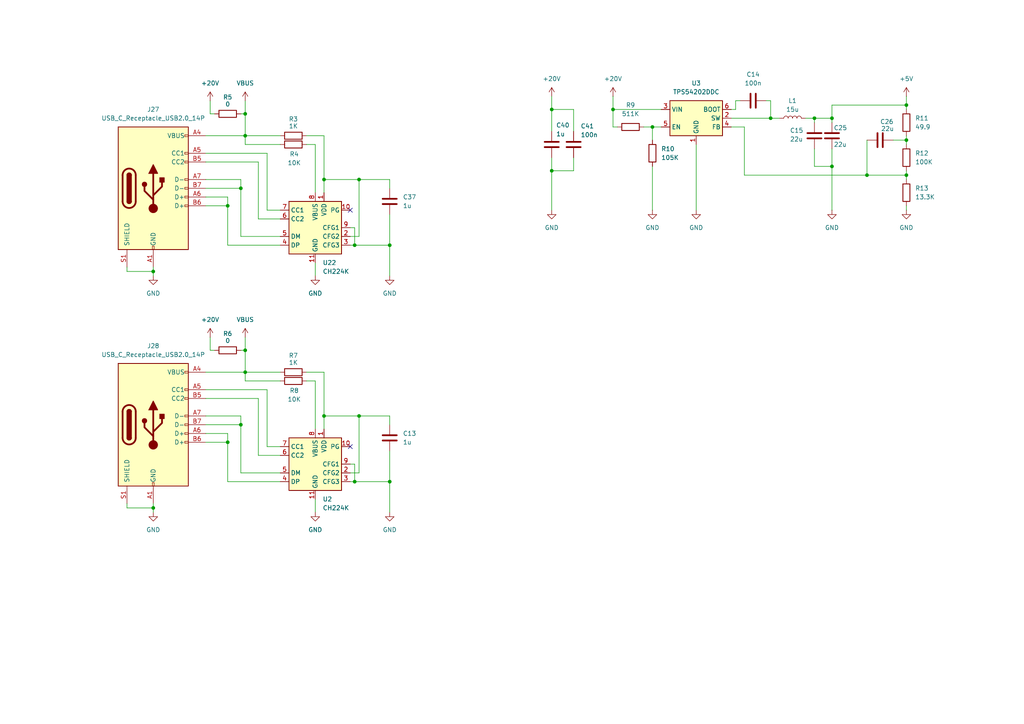
<source format=kicad_sch>
(kicad_sch (version 20250114) (generator "eeschema") (generator_version "9.0")
  (paper "A4")
  (lib_symbols
    (symbol "Connector:USB_C_Receptacle_USB2.0_14P" (pin_names (offset 1.016))
      (property "Reference" "J" (at 0 22.225 0))
      (property "Value" "USB_C_Receptacle_USB2.0_14P" (at 0 19.685 0))
      (symbol "USB_C_Receptacle_USB2.0_14P_0_0"
        (rectangle (start -0.254 -17.78) (end 0.254 -16.764))
        (rectangle (start 10.16 15.494) (end 9.144 14.986))
        (rectangle (start 10.16 10.414) (end 9.144 9.906))
        (rectangle (start 10.16 7.874) (end 9.144 7.366))
        (rectangle (start 10.16 2.794) (end 9.144 2.286))
        (rectangle (start 10.16 0.254) (end 9.144 -0.254))
        (rectangle (start 10.16 -2.286) (end 9.144 -2.794))
        (rectangle (start 10.16 -4.826) (end 9.144 -5.334))
      )
      (symbol "USB_C_Receptacle_USB2.0_14P_0_1"
        (rectangle (start -10.16 17.78) (end 10.16 -17.78) (stroke (width 0.254)) (fill (type background)))
        (polyline (pts (xy -8.89 -3.81) (xy -8.89 3.81)) (stroke (width 0.508)))
        (rectangle (start -7.62 -3.81) (end -6.35 3.81) (stroke (width 0.254)) (fill (type outline)))
        (arc (start -7.62 3.81) (mid -6.985 4.4423) (end -6.35 3.81) (stroke (width 0.254)))
        (arc (start -7.62 3.81) (mid -6.985 4.4423) (end -6.35 3.81) (stroke (width 0.254)) (fill (type outline)))
        (arc (start -8.89 3.81) (mid -6.985 5.7067) (end -5.08 3.81) (stroke (width 0.508)))
        (arc (start -5.08 -3.81) (mid -6.985 -5.7067) (end -8.89 -3.81) (stroke (width 0.508)))
        (arc (start -6.35 -3.81) (mid -6.985 -4.4423) (end -7.62 -3.81) (stroke (width 0.254)))
        (arc (start -6.35 -3.81) (mid -6.985 -4.4423) (end -7.62 -3.81) (stroke (width 0.254)) (fill (type outline)))
        (polyline (pts (xy -5.08 3.81) (xy -5.08 -3.81)) (stroke (width 0.508)))
        (circle (center -2.54 1.143) (radius 0.635) (stroke (width 0.254)) (fill (type outline)))
        (polyline (pts (xy -1.27 4.318) (xy 0 6.858) (xy 1.27 4.318) (xy -1.27 4.318)) (stroke (width 0.254)) (fill (type outline)))
        (polyline (pts (xy 0 -2.032) (xy 2.54 0.508) (xy 2.54 1.778)) (stroke (width 0.508)))
        (polyline (pts (xy 0 -3.302) (xy -2.54 -0.762) (xy -2.54 0.508)) (stroke (width 0.508)))
        (polyline (pts (xy 0 -5.842) (xy 0 4.318)) (stroke (width 0.508)))
        (circle (center 0 -5.842) (radius 1.27) (fill (type outline)))
        (rectangle (start 1.905 1.778) (end 3.175 3.048) (stroke (width 0.254)) (fill (type outline)))
      )
      (symbol "USB_C_Receptacle_USB2.0_14P_1_1"
        (pin passive line (at -7.62 -22.86 90) (length 5.08) (name "SHIELD") (number "S1"))
        (pin passive line (at 0 -22.86 90) (length 5.08) (name "GND") (number "A1"))
        (pin passive line (at 0 -22.86 90) (length 5.08) (hide yes) (name "GND") (number "A12"))
        (pin passive line (at 0 -22.86 90) (length 5.08) (hide yes) (name "GND") (number "B1"))
        (pin passive line (at 0 -22.86 90) (length 5.08) (hide yes) (name "GND") (number "B12"))
        (pin passive line (at 15.24 15.24 180) (length 5.08) (name "VBUS") (number "A4"))
        (pin passive line (at 15.24 15.24 180) (length 5.08) (hide yes) (name "VBUS") (number "A9"))
        (pin passive line (at 15.24 15.24 180) (length 5.08) (hide yes) (name "VBUS") (number "B4"))
        (pin passive line (at 15.24 15.24 180) (length 5.08) (hide yes) (name "VBUS") (number "B9"))
        (pin bidirectional line (at 15.24 10.16 180) (length 5.08) (name "CC1") (number "A5"))
        (pin bidirectional line (at 15.24 7.62 180) (length 5.08) (name "CC2") (number "B5"))
        (pin bidirectional line (at 15.24 2.54 180) (length 5.08) (name "D-") (number "A7"))
        (pin bidirectional line (at 15.24 0 180) (length 5.08) (name "D-") (number "B7"))
        (pin bidirectional line (at 15.24 -2.54 180) (length 5.08) (name "D+") (number "A6"))
        (pin bidirectional line (at 15.24 -5.08 180) (length 5.08) (name "D+") (number "B6"))
      )
    )
    (symbol "Device:C" (pin_numbers (hide yes)) (pin_names (offset 0.254))
      (property "Reference" "C" (at 0.635 2.54 0))
      (property "Value" "C" (at 0.635 -2.54 0))
      (symbol "C_0_1"
        (polyline (pts (xy -2.032 0.762) (xy 2.032 0.762)) (stroke (width 0.508)))
        (polyline (pts (xy -2.032 -0.762) (xy 2.032 -0.762)) (stroke (width 0.508)))
      )
      (symbol "C_1_1"
        (pin passive line (at 0 3.81 270) (length 2.794) (name "~") (number "1"))
        (pin passive line (at 0 -3.81 90) (length 2.794) (name "~") (number "2"))
      )
    )
    (symbol "Device:L" (pin_numbers (hide yes)) (pin_names (offset 1.016) (hide yes))
      (property "Reference" "L" (at -1.27 0 90))
      (property "Value" "L" (at 1.905 0 90))
      (symbol "L_0_1"
        (arc (start 0 2.54) (mid 0.6323 1.905) (end 0 1.27))
        (arc (start 0 1.27) (mid 0.6323 0.635) (end 0 0))
        (arc (start 0 0) (mid 0.6323 -0.635) (end 0 -1.27))
        (arc (start 0 -1.27) (mid 0.6323 -1.905) (end 0 -2.54))
      )
      (symbol "L_1_1"
        (pin passive line (at 0 3.81 270) (length 1.27) (name "1") (number "1"))
        (pin passive line (at 0 -3.81 90) (length 1.27) (name "2") (number "2"))
      )
    )
    (symbol "Device:R" (pin_numbers (hide yes)) (pin_names (offset 0))
      (property "Reference" "R" (at 2.032 0 90))
      (property "Value" "R" (at 0 0 90))
      (symbol "R_0_1"
        (rectangle (start -1.016 -2.54) (end 1.016 2.54) (stroke (width 0.254)))
      )
      (symbol "R_1_1"
        (pin passive line (at 0 3.81 270) (length 1.27) (name "~") (number "1"))
        (pin passive line (at 0 -3.81 90) (length 1.27) (name "~") (number "2"))
      )
    )
    (symbol "Interface_USB:CH224K"
      (property "Reference" "U" (at -7.874 -8.89 0))
      (property "Value" "CH224K" (at 3.048 -8.89 0))
      (symbol "CH224K_1_1"
        (rectangle (start -7.62 7.62) (end 7.62 -7.62) (stroke (width 0.254)) (fill (type background)))
        (pin bidirectional line (at -10.16 5.08 0) (length 2.54) (name "CC1") (number "7"))
        (pin bidirectional line (at -10.16 2.54 0) (length 2.54) (name "CC2") (number "6"))
        (pin bidirectional line (at -10.16 -2.54 0) (length 2.54) (name "DM") (number "5"))
        (pin bidirectional line (at -10.16 -5.08 0) (length 2.54) (name "DP") (number "4"))
        (pin passive line (at 0 10.16 270) (length 2.54) (name "VBUS") (number "8"))
        (pin power_in line (at 0 -10.16 90) (length 2.54) (name "GND") (number "11"))
        (pin power_in line (at 2.54 10.16 270) (length 2.54) (name "VDD") (number "1"))
        (pin open_collector line (at 10.16 5.08 180) (length 2.54) (name "PG") (number "10"))
        (pin passive line (at 10.16 0 180) (length 2.54) (name "CFG1") (number "9"))
        (pin passive line (at 10.16 -2.54 180) (length 2.54) (name "CFG2") (number "2"))
        (pin passive line (at 10.16 -5.08 180) (length 2.54) (name "CFG3") (number "3"))
      )
    )
    (symbol "Regulator_Switching:TPS54202DDC"
      (property "Reference" "U" (at -7.62 6.35 0))
      (property "Value" "TPS54202DDC" (at 0 6.35 0))
      (symbol "TPS54202DDC_0_1"
        (rectangle (start -7.62 5.08) (end 7.62 -5.08) (stroke (width 0.254)) (fill (type background)))
      )
      (symbol "TPS54202DDC_1_1"
        (pin power_in line (at -10.16 2.54 0) (length 2.54) (name "VIN") (number "3"))
        (pin input line (at -10.16 -2.54 0) (length 2.54) (name "EN") (number "5"))
        (pin power_in line (at 0 -7.62 90) (length 2.54) (name "GND") (number "1"))
        (pin passive line (at 10.16 2.54 180) (length 2.54) (name "BOOT") (number "6"))
        (pin power_out line (at 10.16 0 180) (length 2.54) (name "SW") (number "2"))
        (pin input line (at 10.16 -2.54 180) (length 2.54) (name "FB") (number "4"))
      )
    )
    (symbol "power:+5V" (power) (pin_numbers (hide yes)) (pin_names (offset 0) (hide yes))
      (property "Value" "+5V" (at 0 3.556 0))
      (symbol "+5V_0_1"
        (polyline (pts (xy -0.762 1.27) (xy 0 2.54)))
        (polyline (pts (xy 0 2.54) (xy 0.762 1.27)))
        (polyline (pts (xy 0 0) (xy 0 2.54)))
      )
      (symbol "+5V_1_1"
        (pin power_in line (at 0 0 90) (length 0) (name "~") (number "1"))
      )
    )
    (symbol "power:GND" (power) (pin_numbers (hide yes)) (pin_names (offset 0) (hide yes))
      (property "Value" "GND" (at 0 -3.81 0))
      (symbol "GND_0_1"
        (polyline (pts (xy 0 0) (xy 0 -1.27) (xy 1.27 -1.27) (xy 0 -2.54) (xy -1.27 -1.27) (xy 0 -1.27)))
      )
      (symbol "GND_1_1"
        (pin power_in line (at 0 0 270) (length 0) (name "~") (number "1"))
      )
    )
  )
  (junction (at 71.12 101.6))
  (junction (at 113.03 71.12))
  (junction (at 236.22 34.29))
  (junction (at 66.04 59.69))
  (junction (at 104.14 52.07))
  (junction (at 71.12 107.95))
  (junction (at 69.85 54.61))
  (junction (at 102.87 139.7))
  (junction (at 262.89 50.8))
  (junction (at 160.02 49.53))
  (junction (at 71.12 33.02))
  (junction (at 44.45 78.74))
  (junction (at 160.02 31.75))
  (junction (at 262.89 30.48))
  (junction (at 262.89 40.64))
  (junction (at 241.3 34.29))
  (junction (at 71.12 39.37))
  (junction (at 93.98 120.65))
  (junction (at 189.23 36.83))
  (junction (at 223.52 34.29))
  (junction (at 104.14 120.65))
  (junction (at 102.87 71.12))
  (junction (at 241.3 48.26))
  (junction (at 44.45 147.32))
  (junction (at 251.46 50.8))
  (junction (at 66.04 128.27))
  (junction (at 69.85 123.19))
  (junction (at 113.03 139.7))
  (junction (at 93.98 52.07))
  (junction (at 177.8 31.75))
  (no_connect (at 101.6 129.54))
  (no_connect (at 101.6 60.96))
  (wire (pts (xy 104.14 68.58) (xy 104.14 52.07)))
  (wire (pts (xy 71.12 41.91) (xy 81.28 41.91)))
  (wire (pts (xy 91.44 144.78) (xy 91.44 148.59)))
  (wire (pts (xy 81.28 71.12) (xy 66.04 71.12)))
  (wire (pts (xy 113.03 62.23) (xy 113.03 71.12)))
  (wire (pts (xy 36.83 146.05) (xy 36.83 147.32)))
  (wire (pts (xy 66.04 57.15) (xy 66.04 59.69)))
  (wire (pts (xy 177.8 31.75) (xy 191.77 31.75)))
  (wire (pts (xy 102.87 71.12) (xy 113.03 71.12)))
  (wire (pts (xy 91.44 41.91) (xy 91.44 55.88)))
  (wire (pts (xy 44.45 147.32) (xy 44.45 148.59)))
  (wire (pts (xy 160.02 49.53) (xy 160.02 60.96)))
  (wire (pts (xy 69.85 120.65) (xy 69.85 123.19)))
  (wire (pts (xy 71.12 110.49) (xy 81.28 110.49)))
  (wire (pts (xy 77.47 44.45) (xy 59.69 44.45)))
  (wire (pts (xy 60.96 33.02) (xy 62.23 33.02)))
  (wire (pts (xy 60.96 101.6) (xy 62.23 101.6)))
  (wire (pts (xy 215.9 36.83) (xy 212.09 36.83)))
  (wire (pts (xy 113.03 130.81) (xy 113.03 139.7)))
  (wire (pts (xy 215.9 36.83) (xy 215.9 50.8)))
  (wire (pts (xy 59.69 125.73) (xy 66.04 125.73)))
  (wire (pts (xy 213.36 31.75) (xy 212.09 31.75)))
  (wire (pts (xy 66.04 125.73) (xy 66.04 128.27)))
  (wire (pts (xy 201.93 41.91) (xy 201.93 60.96)))
  (wire (pts (xy 189.23 36.83) (xy 191.77 36.83)))
  (wire (pts (xy 102.87 134.62) (xy 102.87 139.7)))
  (wire (pts (xy 262.89 50.8) (xy 262.89 52.07)))
  (wire (pts (xy 60.96 97.79) (xy 60.96 101.6)))
  (wire (pts (xy 236.22 43.18) (xy 236.22 48.26)))
  (wire (pts (xy 241.3 43.18) (xy 241.3 48.26)))
  (wire (pts (xy 101.6 139.7) (xy 102.87 139.7)))
  (wire (pts (xy 262.89 40.64) (xy 262.89 41.91)))
  (wire (pts (xy 236.22 48.26) (xy 241.3 48.26)))
  (wire (pts (xy 66.04 128.27) (xy 59.69 128.27)))
  (wire (pts (xy 212.09 34.29) (xy 223.52 34.29)))
  (wire (pts (xy 59.69 57.15) (xy 66.04 57.15)))
  (wire (pts (xy 59.69 39.37) (xy 71.12 39.37)))
  (wire (pts (xy 213.36 29.21) (xy 213.36 31.75)))
  (wire (pts (xy 66.04 59.69) (xy 59.69 59.69)))
  (wire (pts (xy 93.98 52.07) (xy 93.98 55.88)))
  (wire (pts (xy 101.6 134.62) (xy 102.87 134.62)))
  (wire (pts (xy 262.89 30.48) (xy 262.89 31.75)))
  (wire (pts (xy 101.6 66.04) (xy 102.87 66.04)))
  (wire (pts (xy 177.8 27.94) (xy 177.8 31.75)))
  (wire (pts (xy 74.93 132.08) (xy 74.93 115.57)))
  (wire (pts (xy 101.6 137.16) (xy 104.14 137.16)))
  (wire (pts (xy 69.85 137.16) (xy 81.28 137.16)))
  (wire (pts (xy 104.14 137.16) (xy 104.14 120.65)))
  (wire (pts (xy 91.44 41.91) (xy 88.9 41.91)))
  (wire (pts (xy 71.12 39.37) (xy 81.28 39.37)))
  (wire (pts (xy 81.28 60.96) (xy 77.47 60.96)))
  (wire (pts (xy 59.69 107.95) (xy 71.12 107.95)))
  (wire (pts (xy 71.12 97.79) (xy 71.12 101.6)))
  (wire (pts (xy 113.03 120.65) (xy 113.03 123.19)))
  (wire (pts (xy 223.52 29.21) (xy 222.25 29.21)))
  (wire (pts (xy 71.12 107.95) (xy 81.28 107.95)))
  (wire (pts (xy 69.85 52.07) (xy 69.85 54.61)))
  (wire (pts (xy 81.28 132.08) (xy 74.93 132.08)))
  (wire (pts (xy 81.28 139.7) (xy 66.04 139.7)))
  (wire (pts (xy 81.28 129.54) (xy 77.47 129.54)))
  (wire (pts (xy 71.12 101.6) (xy 71.12 107.95)))
  (wire (pts (xy 44.45 147.32) (xy 44.45 146.05)))
  (wire (pts (xy 166.37 45.72) (xy 166.37 49.53)))
  (wire (pts (xy 93.98 107.95) (xy 93.98 120.65)))
  (wire (pts (xy 259.08 40.64) (xy 262.89 40.64)))
  (wire (pts (xy 236.22 34.29) (xy 241.3 34.29)))
  (wire (pts (xy 69.85 68.58) (xy 81.28 68.58)))
  (wire (pts (xy 44.45 78.74) (xy 44.45 77.47)))
  (wire (pts (xy 91.44 110.49) (xy 91.44 124.46)))
  (wire (pts (xy 241.3 34.29) (xy 241.3 35.56)))
  (wire (pts (xy 44.45 78.74) (xy 44.45 80.01)))
  (wire (pts (xy 66.04 71.12) (xy 66.04 59.69)))
  (wire (pts (xy 36.83 147.32) (xy 44.45 147.32)))
  (wire (pts (xy 77.47 129.54) (xy 77.47 113.03)))
  (wire (pts (xy 69.85 54.61) (xy 69.85 68.58)))
  (wire (pts (xy 102.87 139.7) (xy 113.03 139.7)))
  (wire (pts (xy 104.14 120.65) (xy 113.03 120.65)))
  (wire (pts (xy 93.98 120.65) (xy 104.14 120.65)))
  (wire (pts (xy 177.8 36.83) (xy 177.8 31.75)))
  (wire (pts (xy 189.23 40.64) (xy 189.23 36.83)))
  (wire (pts (xy 74.93 115.57) (xy 59.69 115.57)))
  (wire (pts (xy 166.37 49.53) (xy 160.02 49.53)))
  (wire (pts (xy 74.93 63.5) (xy 74.93 46.99)))
  (wire (pts (xy 214.63 29.21) (xy 213.36 29.21)))
  (wire (pts (xy 71.12 107.95) (xy 71.12 110.49)))
  (wire (pts (xy 93.98 52.07) (xy 104.14 52.07)))
  (wire (pts (xy 93.98 39.37) (xy 93.98 52.07)))
  (wire (pts (xy 241.3 48.26) (xy 241.3 60.96)))
  (wire (pts (xy 251.46 50.8) (xy 215.9 50.8)))
  (wire (pts (xy 60.96 29.21) (xy 60.96 33.02)))
  (wire (pts (xy 88.9 107.95) (xy 93.98 107.95)))
  (wire (pts (xy 241.3 30.48) (xy 241.3 34.29)))
  (wire (pts (xy 186.69 36.83) (xy 189.23 36.83)))
  (wire (pts (xy 262.89 59.69) (xy 262.89 60.96)))
  (wire (pts (xy 59.69 120.65) (xy 69.85 120.65)))
  (wire (pts (xy 59.69 52.07) (xy 69.85 52.07)))
  (wire (pts (xy 251.46 40.64) (xy 251.46 50.8)))
  (wire (pts (xy 36.83 78.74) (xy 44.45 78.74)))
  (wire (pts (xy 71.12 33.02) (xy 69.85 33.02)))
  (wire (pts (xy 88.9 39.37) (xy 93.98 39.37)))
  (wire (pts (xy 160.02 27.94) (xy 160.02 31.75)))
  (wire (pts (xy 59.69 123.19) (xy 69.85 123.19)))
  (wire (pts (xy 91.44 76.2) (xy 91.44 80.01)))
  (wire (pts (xy 160.02 45.72) (xy 160.02 49.53)))
  (wire (pts (xy 77.47 113.03) (xy 59.69 113.03)))
  (wire (pts (xy 104.14 52.07) (xy 113.03 52.07)))
  (wire (pts (xy 71.12 33.02) (xy 71.12 39.37)))
  (wire (pts (xy 66.04 139.7) (xy 66.04 128.27)))
  (wire (pts (xy 160.02 31.75) (xy 166.37 31.75)))
  (wire (pts (xy 179.07 36.83) (xy 177.8 36.83)))
  (wire (pts (xy 74.93 46.99) (xy 59.69 46.99)))
  (wire (pts (xy 262.89 39.37) (xy 262.89 40.64)))
  (wire (pts (xy 71.12 39.37) (xy 71.12 41.91)))
  (wire (pts (xy 223.52 34.29) (xy 223.52 29.21)))
  (wire (pts (xy 236.22 34.29) (xy 236.22 35.56)))
  (wire (pts (xy 241.3 30.48) (xy 262.89 30.48)))
  (wire (pts (xy 189.23 48.26) (xy 189.23 60.96)))
  (wire (pts (xy 69.85 123.19) (xy 69.85 137.16)))
  (wire (pts (xy 77.47 60.96) (xy 77.47 44.45)))
  (wire (pts (xy 101.6 71.12) (xy 102.87 71.12)))
  (wire (pts (xy 59.69 54.61) (xy 69.85 54.61)))
  (wire (pts (xy 93.98 120.65) (xy 93.98 124.46)))
  (wire (pts (xy 101.6 68.58) (xy 104.14 68.58)))
  (wire (pts (xy 233.68 34.29) (xy 236.22 34.29)))
  (wire (pts (xy 113.03 139.7) (xy 113.03 148.59)))
  (wire (pts (xy 71.12 101.6) (xy 69.85 101.6)))
  (wire (pts (xy 102.87 66.04) (xy 102.87 71.12)))
  (wire (pts (xy 262.89 27.94) (xy 262.89 30.48)))
  (wire (pts (xy 81.28 63.5) (xy 74.93 63.5)))
  (wire (pts (xy 160.02 31.75) (xy 160.02 38.1)))
  (wire (pts (xy 91.44 110.49) (xy 88.9 110.49)))
  (wire (pts (xy 113.03 71.12) (xy 113.03 80.01)))
  (wire (pts (xy 223.52 34.29) (xy 226.06 34.29)))
  (wire (pts (xy 262.89 49.53) (xy 262.89 50.8)))
  (wire (pts (xy 166.37 31.75) (xy 166.37 38.1)))
  (wire (pts (xy 262.89 50.8) (xy 251.46 50.8)))
  (wire (pts (xy 71.12 29.21) (xy 71.12 33.02)))
  (wire (pts (xy 36.83 77.47) (xy 36.83 78.74)))
  (wire (pts (xy 113.03 52.07) (xy 113.03 54.61)))
  (symbol (lib_id "Device:R") (at 66.04 33.02 90) (unit 1)
    (property "Reference" "R5" (at 66.04 28.194 90))
    (property "Value" "0" (at 66.04 30.226 90))
    (property "Description" "Resistor" (effects (hide yes)))
  )
  (symbol (lib_id "Device:R") (at 262.89 45.72 0) (unit 1)
    (property "Reference" "R12" (at 265.43 44.4499 0) (effects (justify left)))
    (property "Value" "100K" (at 265.43 46.9899 0) (effects (justify left)))
    (property "Description" "Resistor" (effects (hide yes)))
  )
  (symbol (lib_id "power:GND") (at 44.45 80.01 0) (unit 1)
    (property "Reference" "#PWR034" (effects (hide yes)))
    (property "Value" "GND" (at 44.45 85.09 0))
    (property "Description" "Power symbol creates a global label with name \"GND\" , ground" (effects (hide yes)))
  )
  (symbol (lib_id "Device:R") (at 85.09 41.91 90) (unit 1)
    (property "Reference" "R4" (at 85.344 44.704 90))
    (property "Value" "10K" (at 85.344 47.244 90))
    (property "Description" "Resistor" (effects (hide yes)))
  )
  (symbol (lib_id "power:GND") (at 160.02 60.96 0) (unit 1)
    (property "Reference" "#PWR083" (effects (hide yes)))
    (property "Value" "GND" (at 160.02 66.04 0))
    (property "Description" "Power symbol creates a global label with name \"GND\" , ground" (effects (hide yes)))
  )
  (symbol (lib_id "Device:R") (at 85.09 107.95 90) (unit 1)
    (property "Reference" "R7" (at 85.09 103.124 90))
    (property "Value" "1K" (at 85.09 105.156 90))
    (property "Description" "Resistor" (effects (hide yes)))
  )
  (symbol (lib_id "power:+5V") (at 71.12 97.79 0) (unit 1)
    (property "Reference" "#PWR032" (effects (hide yes)))
    (property "Value" "VBUS" (at 71.12 92.71 0))
    (property "Description" "Power symbol creates a global label with name \"+5V\"" (effects (hide yes)))
  )
  (symbol (lib_id "Device:C") (at 218.44 29.21 90) (unit 1)
    (property "Reference" "C14" (at 218.44 21.59 90))
    (property "Value" "100n" (at 218.44 24.13 90))
    (property "Description" "Unpolarized capacitor" (effects (hide yes)))
  )
  (symbol (lib_id "Connector:USB_C_Receptacle_USB2.0_14P") (at 44.45 123.19 0) (unit 1)
    (property "Reference" "J28" (at 44.45 100.33 0))
    (property "Value" "USB_C_Receptacle_USB2.0_14P" (at 44.45 102.87 0))
    (property "Datasheet" "https://www.usb.org/sites/default/files/documents/usb_type-c.zip" (effects (hide yes)))
    (property "Description" "USB 2.0-only 14P Type-C Receptacle connector" (effects (hide yes)))
  )
  (symbol (lib_id "Interface_USB:CH224K") (at 91.44 66.04 0) (unit 1)
    (property "Reference" "U22" (at 93.5833 76.2 0) (effects (justify left)))
    (property "Value" "CH224K" (at 93.5833 78.74 0) (effects (justify left)))
    (property "Footprint" "Package_SO:SSOP-10-1EP_3.9x4.9mm_P1mm_EP2.1x3.3mm" (effects (hide yes)))
    (property "Datasheet" "https://www.wch.cn/downloads/file/301.html" (effects (hide yes)))
    (property "Description" "100W USB Type-C PD3.0/2.0, BC1.2 Sink Controller, SSOP-10" (effects (hide yes)))
  )
  (symbol (lib_id "Device:R") (at 85.09 110.49 90) (unit 1)
    (property "Reference" "R8" (at 85.344 113.284 90))
    (property "Value" "10K" (at 85.344 115.824 90))
    (property "Description" "Resistor" (effects (hide yes)))
  )
  (symbol (lib_id "Regulator_Switching:TPS54202DDC") (at 201.93 34.29 0) (unit 1)
    (property "Reference" "U3" (at 201.93 24.13 0))
    (property "Value" "TPS54202DDC" (at 201.93 26.67 0))
    (property "Footprint" "Package_TO_SOT_SMD:SOT-23-6" (effects (hide yes)))
    (property "Datasheet" "http://www.ti.com/lit/ds/symlink/tps54202.pdf" (effects (hide yes)))
    (property "Description" "2A, 4.5 to 28V Input, EMI Friendly integrated switch synchronous step-down regulator, pulse-skipping, SOT-23-6" (effects (hide yes)))
  )
  (symbol (lib_id "Device:C") (at 241.3 39.37 0) (unit 1)
    (property "Reference" "C25" (at 241.808 37.084 0) (effects (justify left)))
    (property "Value" "22u" (at 241.808 41.91 0) (effects (justify left)))
    (property "Description" "Unpolarized capacitor" (effects (hide yes)))
  )
  (symbol (lib_id "power:+5V") (at 177.8 27.94 0) (unit 1)
    (property "Reference" "#PWR078" (effects (hide yes)))
    (property "Value" "+20V" (at 177.8 22.86 0))
    (property "Description" "Power symbol creates a global label with name \"+5V\"" (effects (hide yes)))
  )
  (symbol (lib_id "power:GND") (at 44.45 148.59 0) (unit 1)
    (property "Reference" "#PWR029" (effects (hide yes)))
    (property "Value" "GND" (at 44.45 153.67 0))
    (property "Description" "Power symbol creates a global label with name \"GND\" , ground" (effects (hide yes)))
  )
  (symbol (lib_id "Device:C") (at 255.27 40.64 270) (unit 1)
    (property "Reference" "C26" (at 255.27 35.306 90) (effects (justify left)))
    (property "Value" "22u" (at 255.524 37.338 90) (effects (justify left)))
    (property "Description" "Unpolarized capacitor" (effects (hide yes)))
  )
  (symbol (lib_id "Connector:USB_C_Receptacle_USB2.0_14P") (at 44.45 54.61 0) (unit 1)
    (property "Reference" "J27" (at 44.45 31.75 0))
    (property "Value" "USB_C_Receptacle_USB2.0_14P" (at 44.45 34.29 0))
    (property "Datasheet" "https://www.usb.org/sites/default/files/documents/usb_type-c.zip" (effects (hide yes)))
    (property "Description" "USB 2.0-only 14P Type-C Receptacle connector" (effects (hide yes)))
  )
  (symbol (lib_id "power:+5V") (at 60.96 97.79 0) (unit 1)
    (property "Reference" "#PWR030" (effects (hide yes)))
    (property "Value" "+20V" (at 60.96 92.71 0))
    (property "Description" "Power symbol creates a global label with name \"+5V\"" (effects (hide yes)))
  )
  (symbol (lib_id "Device:R") (at 189.23 44.45 0) (unit 1)
    (property "Reference" "R10" (at 191.77 43.1799 0) (effects (justify left)))
    (property "Value" "105K" (at 191.77 45.7199 0) (effects (justify left)))
    (property "Description" "Resistor" (effects (hide yes)))
  )
  (symbol (lib_id "Device:C") (at 236.22 39.37 0) (unit 1)
    (property "Reference" "C15" (at 229.108 37.846 0) (effects (justify left)))
    (property "Value" "22u" (at 229.108 40.386 0) (effects (justify left)))
    (property "Description" "Unpolarized capacitor" (effects (hide yes)))
  )
  (symbol (lib_id "power:+5V") (at 71.12 29.21 0) (unit 1)
    (property "Reference" "#PWR063" (effects (hide yes)))
    (property "Value" "VBUS" (at 71.12 24.13 0))
    (property "Description" "Power symbol creates a global label with name \"+5V\"" (effects (hide yes)))
  )
  (symbol (lib_id "power:GND") (at 113.03 80.01 0) (unit 1)
    (property "Reference" "#PWR064" (effects (hide yes)))
    (property "Value" "GND" (at 113.03 85.09 0))
    (property "Description" "Power symbol creates a global label with name \"GND\" , ground" (effects (hide yes)))
  )
  (symbol (lib_id "power:GND") (at 91.44 80.01 0) (unit 1)
    (property "Reference" "#PWR062" (effects (hide yes)))
    (property "Value" "GND" (at 91.44 85.09 0))
    (property "Description" "Power symbol creates a global label with name \"GND\" , ground" (effects (hide yes)))
  )
  (symbol (lib_id "Interface_USB:CH224K") (at 91.44 134.62 0) (unit 1)
    (property "Reference" "U2" (at 93.5833 144.78 0) (effects (justify left)))
    (property "Value" "CH224K" (at 93.5833 147.32 0) (effects (justify left)))
    (property "Footprint" "Package_SO:SSOP-10-1EP_3.9x4.9mm_P1mm_EP2.1x3.3mm" (effects (hide yes)))
    (property "Datasheet" "https://www.wch.cn/downloads/file/301.html" (effects (hide yes)))
    (property "Description" "100W USB Type-C PD3.0/2.0, BC1.2 Sink Controller, SSOP-10" (effects (hide yes)))
  )
  (symbol (lib_id "Device:L") (at 229.87 34.29 90) (unit 1)
    (property "Reference" "L1" (at 229.87 29.21 90))
    (property "Value" "15u" (at 229.87 31.75 90))
    (property "Description" "Inductor" (effects (hide yes)))
  )
  (symbol (lib_id "Device:C") (at 166.37 41.91 0) (unit 1)
    (property "Reference" "C41" (at 168.402 36.576 0) (effects (justify left)))
    (property "Value" "100n" (at 168.402 39.116 0) (effects (justify left)))
    (property "Description" "Unpolarized capacitor" (effects (hide yes)))
  )
  (symbol (lib_id "power:GND") (at 113.03 148.59 0) (unit 1)
    (property "Reference" "#PWR075" (effects (hide yes)))
    (property "Value" "GND" (at 113.03 153.67 0))
    (property "Description" "Power symbol creates a global label with name \"GND\" , ground" (effects (hide yes)))
  )
  (symbol (lib_id "power:GND") (at 189.23 60.96 0) (unit 1)
    (property "Reference" "#PWR077" (effects (hide yes)))
    (property "Value" "GND" (at 189.23 66.04 0))
    (property "Description" "Power symbol creates a global label with name \"GND\" , ground" (effects (hide yes)))
  )
  (symbol (lib_id "Device:R") (at 182.88 36.83 270) (unit 1)
    (property "Reference" "R9" (at 182.88 30.48 90))
    (property "Value" "511K" (at 182.88 33.02 90))
    (property "Description" "Resistor" (effects (hide yes)))
  )
  (symbol (lib_id "power:+5V") (at 160.02 27.94 0) (unit 1)
    (property "Reference" "#PWR082" (effects (hide yes)))
    (property "Value" "+20V" (at 160.02 22.86 0))
    (property "Description" "Power symbol creates a global label with name \"+5V\"" (effects (hide yes)))
  )
  (symbol (lib_id "power:GND") (at 262.89 60.96 0) (unit 1)
    (property "Reference" "#PWR081" (effects (hide yes)))
    (property "Value" "GND" (at 262.89 66.04 0))
    (property "Description" "Power symbol creates a global label with name \"GND\" , ground" (effects (hide yes)))
  )
  (symbol (lib_id "Device:R") (at 66.04 101.6 90) (unit 1)
    (property "Reference" "R6" (at 66.04 96.774 90))
    (property "Value" "0" (at 66.04 98.806 90))
    (property "Description" "Resistor" (effects (hide yes)))
  )
  (symbol (lib_id "Device:C") (at 160.02 41.91 0) (unit 1)
    (property "Reference" "C40" (at 161.29 36.322 0) (effects (justify left)))
    (property "Value" "1u" (at 161.29 38.862 0) (effects (justify left)))
    (property "Description" "Unpolarized capacitor" (effects (hide yes)))
  )
  (symbol (lib_id "power:+5V") (at 262.89 27.94 0) (unit 1)
    (property "Reference" "#PWR080" (effects (hide yes)))
    (property "Value" "+5V" (at 262.89 22.86 0))
    (property "Description" "Power symbol creates a global label with name \"+5V\"" (effects (hide yes)))
  )
  (symbol (lib_id "power:GND") (at 201.93 60.96 0) (unit 1)
    (property "Reference" "#PWR076" (effects (hide yes)))
    (property "Value" "GND" (at 201.93 66.04 0))
    (property "Description" "Power symbol creates a global label with name \"GND\" , ground" (effects (hide yes)))
  )
  (symbol (lib_id "Device:R") (at 262.89 55.88 0) (unit 1)
    (property "Reference" "R13" (at 265.43 54.6099 0) (effects (justify left)))
    (property "Value" "13.3K" (at 265.43 57.1499 0) (effects (justify left)))
    (property "Description" "Resistor" (effects (hide yes)))
  )
  (symbol (lib_id "power:GND") (at 91.44 148.59 0) (unit 1)
    (property "Reference" "#PWR033" (effects (hide yes)))
    (property "Value" "GND" (at 91.44 153.67 0))
    (property "Description" "Power symbol creates a global label with name \"GND\" , ground" (effects (hide yes)))
  )
  (symbol (lib_id "Device:R") (at 262.89 35.56 0) (unit 1)
    (property "Reference" "R11" (at 265.43 34.2899 0) (effects (justify left)))
    (property "Value" "49.9" (at 265.43 36.8299 0) (effects (justify left)))
    (property "Description" "Resistor" (effects (hide yes)))
  )
  (symbol (lib_id "Device:C") (at 113.03 127 0) (unit 1)
    (property "Reference" "C13" (at 116.84 125.7299 0) (effects (justify left)))
    (property "Value" "1u" (at 116.84 128.2699 0) (effects (justify left)))
    (property "Description" "Unpolarized capacitor" (effects (hide yes)))
  )
  (symbol (lib_id "power:+5V") (at 60.96 29.21 0) (unit 1)
    (property "Reference" "#PWR065" (effects (hide yes)))
    (property "Value" "+20V" (at 60.96 24.13 0))
    (property "Description" "Power symbol creates a global label with name \"+5V\"" (effects (hide yes)))
  )
  (symbol (lib_id "Device:C") (at 113.03 58.42 0) (unit 1)
    (property "Reference" "C37" (at 116.84 57.1499 0) (effects (justify left)))
    (property "Value" "1u" (at 116.84 59.6899 0) (effects (justify left)))
    (property "Description" "Unpolarized capacitor" (effects (hide yes)))
  )
  (symbol (lib_id "power:GND") (at 241.3 60.96 0) (unit 1)
    (property "Reference" "#PWR079" (effects (hide yes)))
    (property "Value" "GND" (at 241.3 66.04 0))
    (property "Description" "Power symbol creates a global label with name \"GND\" , ground" (effects (hide yes)))
  )
  (symbol (lib_id "Device:R") (at 85.09 39.37 90) (unit 1)
    (property "Reference" "R3" (at 85.09 34.544 90))
    (property "Value" "1K" (at 85.09 36.576 90))
    (property "Description" "Resistor" (effects (hide yes)))
  )
)
</source>
